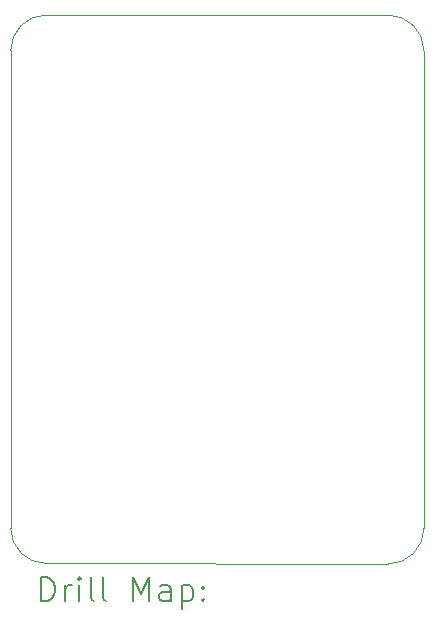
<source format=gbr>
%TF.GenerationSoftware,KiCad,Pcbnew,8.0.8*%
%TF.CreationDate,2025-04-15T16:19:55+05:30*%
%TF.ProjectId,STHDAQ_BX,53544844-4151-45f4-9258-2e6b69636164,rev?*%
%TF.SameCoordinates,Original*%
%TF.FileFunction,Drillmap*%
%TF.FilePolarity,Positive*%
%FSLAX45Y45*%
G04 Gerber Fmt 4.5, Leading zero omitted, Abs format (unit mm)*
G04 Created by KiCad (PCBNEW 8.0.8) date 2025-04-15 16:19:55*
%MOMM*%
%LPD*%
G01*
G04 APERTURE LIST*
%ADD10C,0.050000*%
%ADD11C,0.200000*%
G04 APERTURE END LIST*
D10*
X17322800Y-12746000D02*
G75*
G02*
X17022800Y-12446000I0J300000D01*
G01*
X20523200Y-8407400D02*
X20523200Y-12446000D01*
X17322800Y-8102600D02*
X20218400Y-8102600D01*
X20218400Y-12750007D02*
X17322800Y-12746000D01*
X17022800Y-12446000D02*
X17022800Y-8402600D01*
X20218400Y-8102600D02*
G75*
G02*
X20523200Y-8407400I0J-304800D01*
G01*
X20522407Y-12446000D02*
G75*
G02*
X20218400Y-12750007I-304007J0D01*
G01*
X17022800Y-8402600D02*
G75*
G02*
X17322800Y-8102600I300000J0D01*
G01*
D11*
X17281077Y-13063991D02*
X17281077Y-12863991D01*
X17281077Y-12863991D02*
X17328696Y-12863991D01*
X17328696Y-12863991D02*
X17357267Y-12873515D01*
X17357267Y-12873515D02*
X17376315Y-12892563D01*
X17376315Y-12892563D02*
X17385839Y-12911610D01*
X17385839Y-12911610D02*
X17395363Y-12949705D01*
X17395363Y-12949705D02*
X17395363Y-12978277D01*
X17395363Y-12978277D02*
X17385839Y-13016372D01*
X17385839Y-13016372D02*
X17376315Y-13035420D01*
X17376315Y-13035420D02*
X17357267Y-13054467D01*
X17357267Y-13054467D02*
X17328696Y-13063991D01*
X17328696Y-13063991D02*
X17281077Y-13063991D01*
X17481077Y-13063991D02*
X17481077Y-12930658D01*
X17481077Y-12968753D02*
X17490601Y-12949705D01*
X17490601Y-12949705D02*
X17500124Y-12940182D01*
X17500124Y-12940182D02*
X17519172Y-12930658D01*
X17519172Y-12930658D02*
X17538220Y-12930658D01*
X17604886Y-13063991D02*
X17604886Y-12930658D01*
X17604886Y-12863991D02*
X17595363Y-12873515D01*
X17595363Y-12873515D02*
X17604886Y-12883039D01*
X17604886Y-12883039D02*
X17614410Y-12873515D01*
X17614410Y-12873515D02*
X17604886Y-12863991D01*
X17604886Y-12863991D02*
X17604886Y-12883039D01*
X17728696Y-13063991D02*
X17709648Y-13054467D01*
X17709648Y-13054467D02*
X17700124Y-13035420D01*
X17700124Y-13035420D02*
X17700124Y-12863991D01*
X17833458Y-13063991D02*
X17814410Y-13054467D01*
X17814410Y-13054467D02*
X17804886Y-13035420D01*
X17804886Y-13035420D02*
X17804886Y-12863991D01*
X18062029Y-13063991D02*
X18062029Y-12863991D01*
X18062029Y-12863991D02*
X18128696Y-13006848D01*
X18128696Y-13006848D02*
X18195363Y-12863991D01*
X18195363Y-12863991D02*
X18195363Y-13063991D01*
X18376315Y-13063991D02*
X18376315Y-12959229D01*
X18376315Y-12959229D02*
X18366791Y-12940182D01*
X18366791Y-12940182D02*
X18347744Y-12930658D01*
X18347744Y-12930658D02*
X18309648Y-12930658D01*
X18309648Y-12930658D02*
X18290601Y-12940182D01*
X18376315Y-13054467D02*
X18357267Y-13063991D01*
X18357267Y-13063991D02*
X18309648Y-13063991D01*
X18309648Y-13063991D02*
X18290601Y-13054467D01*
X18290601Y-13054467D02*
X18281077Y-13035420D01*
X18281077Y-13035420D02*
X18281077Y-13016372D01*
X18281077Y-13016372D02*
X18290601Y-12997324D01*
X18290601Y-12997324D02*
X18309648Y-12987801D01*
X18309648Y-12987801D02*
X18357267Y-12987801D01*
X18357267Y-12987801D02*
X18376315Y-12978277D01*
X18471553Y-12930658D02*
X18471553Y-13130658D01*
X18471553Y-12940182D02*
X18490601Y-12930658D01*
X18490601Y-12930658D02*
X18528696Y-12930658D01*
X18528696Y-12930658D02*
X18547744Y-12940182D01*
X18547744Y-12940182D02*
X18557267Y-12949705D01*
X18557267Y-12949705D02*
X18566791Y-12968753D01*
X18566791Y-12968753D02*
X18566791Y-13025896D01*
X18566791Y-13025896D02*
X18557267Y-13044943D01*
X18557267Y-13044943D02*
X18547744Y-13054467D01*
X18547744Y-13054467D02*
X18528696Y-13063991D01*
X18528696Y-13063991D02*
X18490601Y-13063991D01*
X18490601Y-13063991D02*
X18471553Y-13054467D01*
X18652505Y-13044943D02*
X18662029Y-13054467D01*
X18662029Y-13054467D02*
X18652505Y-13063991D01*
X18652505Y-13063991D02*
X18642982Y-13054467D01*
X18642982Y-13054467D02*
X18652505Y-13044943D01*
X18652505Y-13044943D02*
X18652505Y-13063991D01*
X18652505Y-12940182D02*
X18662029Y-12949705D01*
X18662029Y-12949705D02*
X18652505Y-12959229D01*
X18652505Y-12959229D02*
X18642982Y-12949705D01*
X18642982Y-12949705D02*
X18652505Y-12940182D01*
X18652505Y-12940182D02*
X18652505Y-12959229D01*
M02*

</source>
